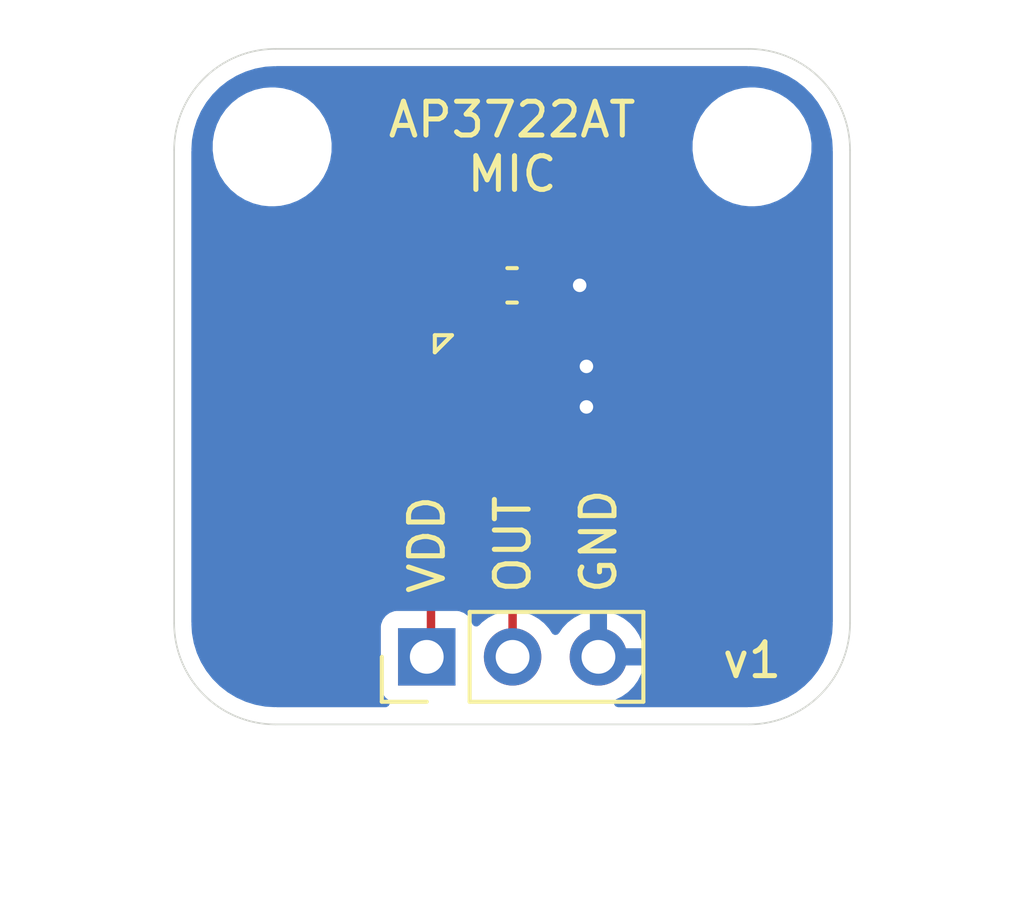
<source format=kicad_pcb>
(kicad_pcb (version 20211014) (generator pcbnew)
  (layers (0 "F.Cu" signal) (31 "B.Cu" signal) (34 "B.Paste" user) (35 "F.Paste" user) (36 "B.SilkS" user "B.Silkscreen") (37 "F.SilkS" user "F.Silkscreen") (38 "B.Mask" user) (39 "F.Mask" user) (44 "Edge.Cuts" user))
  (net 0 "")
  (net 1 "GND")
  (net 2 "VDD")
  (net 3 "OUT")
  (footprint "Connector_PinHeader_2.54mm:PinHeader_1x03_P2.54mm_Vertical" (layer "F.Cu") (at 165.475 119 90)
    (fp_text reference "J1")
    (fp_text value "Conn_01x03_Female")
    (fp_line (start -1.33 -1.33) (end 0 -1.33) (layer "F.SilkS") (width 0.12))
    (fp_line (start -1.33 1.27) (end -1.33 6.41) (layer "F.SilkS") (width 0.12))
    (fp_line (start -1.33 0) (end -1.33 -1.33) (layer "F.SilkS") (width 0.12))
    (fp_line (start 1.33 1.27) (end 1.33 6.41) (layer "F.SilkS") (width 0.12))
    (fp_line (start -1.33 1.27) (end 1.33 1.27) (layer "F.SilkS") (width 0.12))
    (fp_line (start -1.33 6.41) (end 1.33 6.41) (layer "F.SilkS") (width 0.12))
    (pad "1" thru_hole rect locked (at 0 0 90) (size 1.7 1.7) (drill 1) (layers *.Cu *.Mask) (net 2 "VDD"))
    (pad "2" thru_hole oval locked (at 0 2.54 90) (size 1.7 1.7) (drill 1) (layers *.Cu *.Mask) (net 3 "OUT"))
    (pad "3" thru_hole oval locked (at 0 5.08 90) (size 1.7 1.7) (drill 1) (layers *.Cu *.Mask) (net 1 "GND"))
  )
  (footprint "mic_breakout:AP3722AT" (layer "F.Cu") (at 168 111 90)
    (fp_text reference "M201")
    (fp_text value "APT3722AT")
    (fp_line (start 1.524 -1.778) (end 1.524 -2.286) (layer "F.SilkS") (width 0.12))
    (fp_line (start 1.524 -2.286) (end 1.016 -2.286) (layer "F.SilkS") (width 0.12))
    (fp_line (start 1.016 -2.286) (end 1.524 -1.778) (layer "F.SilkS") (width 0.12))
    (pad "1" smd circle locked (at 0.575 -1.33 90) (size 0.7 0.7) (layers "F.Cu" "F.Paste" "F.Mask") (net 2 "VDD"))
    (pad "2" smd circle locked (at -0.575 1.33 90) (size 0.7 0.7) (layers "F.Cu" "F.Paste" "F.Mask") (net 1 "GND"))
    (pad "2" smd circle locked (at 0.575 1.33 90) (size 0.7 0.7) (layers "F.Cu" "F.Paste" "F.Mask") (net 1 "GND"))
    (pad "3" smd circle locked (at -0.575 -1.33 90) (size 0.7 0.7) (layers "F.Cu" "F.Paste" "F.Mask") (net 3 "OUT"))
  )
  (footprint "MountingHole:MountingHole_2.5mm" (layer "F.Cu") (at 160.9 103.9)
    (fp_text reference "REF**")
    (fp_text value "MountingHole_2.5mm")
    (pad "" np_thru_hole circle locked (at 0 0) (size 2.5 2.5) (drill 2.5) (layers *.Cu *.Mask))
  )
  (footprint "MountingHole:MountingHole_2.5mm" (layer "F.Cu") (at 175.1 103.9)
    (fp_text reference "REF**")
    (fp_text value "MountingHole_2.5mm")
    (pad "" np_thru_hole circle locked (at 0 0) (size 2.5 2.5) (drill 2.5) (layers *.Cu *.Mask))
  )
  (footprint "Capacitor_SMD:C_0603_1608Metric" (layer "F.Cu") (at 168 108 180)
    (fp_text reference "C201")
    (fp_text value "0.1uF")
    (fp_line (start -0.14058 0.51) (end 0.14058 0.51) (layer "F.SilkS") (width 0.12))
    (fp_line (start -0.14058 -0.51) (end 0.14058 -0.51) (layer "F.SilkS") (width 0.12))
    (pad "1" smd roundrect locked (at -0.775 0 180) (size 0.9 0.95) (layers "F.Cu" "F.Paste" "F.Mask") (net 1 "GND"))
    (pad "2" smd roundrect locked (at 0.775 0 180) (size 0.9 0.95) (layers "F.Cu" "F.Paste" "F.Mask") (net 2 "VDD"))
  )
  (gr_line (start 178 104) (end 178 118) (layer "Edge.Cuts") (width 0.05))
  (gr_arc (start 158 104) (mid 158.87868 101.87868) (end 161 101) (layer "Edge.Cuts") (width 0.05))
  (gr_line (start 161 121) (end 175 121) (layer "Edge.Cuts") (width 0.05))
  (gr_arc (start 175 101) (mid 177.12132 101.87868) (end 178 104) (layer "Edge.Cuts") (width 0.05))
  (gr_line (start 158 118) (end 158 104) (layer "Edge.Cuts") (width 0.05))
  (gr_arc (start 178 118) (mid 177.12132 120.12132) (end 175 121) (layer "Edge.Cuts") (width 0.05))
  (gr_arc (start 161 121) (mid 158.87868 120.12132) (end 158 118) (layer "Edge.Cuts") (width 0.05))
  (gr_line (start 161 101) (end 175 101) (layer "Edge.Cuts") (width 0.05))
  (gr_text "AP3722AT\nMIC" (at 168 103.9) (layer "F.SilkS") (effects (font (size 1 1))))
  (gr_text "OUT" (at 168.020836 117.20075 90) (layer "F.SilkS") (effects (font (size 1 1)) (justify left)))
  (gr_text "VDD" (at 165.480836 117.20075 90) (layer "F.SilkS") (effects (font (size 1 1)) (justify left)))
  (gr_text "GND" (at 170.560836 117.20075 90) (layer "F.SilkS") (effects (font (size 1 1)) (justify left)))
  (gr_text "v1" (at 175.1 119.1) (layer "F.SilkS") (effects (font (size 1 1))))
  (segment (start 168.775 108.32) (end 168.775 108) (width 0.25) (layer "F.Cu") (net 1))
  (segment (start 169.33 111.575) (end 170.175 111.575) (width 0.25) (layer "F.Cu") (net 1))
  (segment (start 169.33 110.425) (end 170.175 110.425) (width 0.25) (layer "F.Cu") (net 1))
  (segment (start 170.175 110.425) (end 170.2 110.4) (width 0.25) (layer "F.Cu") (net 1))
  (segment (start 168.775 108) (end 170 108) (width 0.25) (layer "F.Cu") (net 1))
  (segment (start 170.175 111.575) (end 170.2 111.6) (width 0.25) (layer "F.Cu") (net 1))
  (via (at 170.2 110.4) (size 0.8) (drill 0.4) (layers "F.Cu" "B.Cu") (net 1))
  (via (at 170 108) (size 0.8) (drill 0.4) (layers "F.Cu" "B.Cu") (net 1))
  (via (at 170.2 111.6) (size 0.8) (drill 0.4) (layers "F.Cu" "B.Cu") (net 1))
  (segment (start 165.6 118.875) (end 165.475 119) (width 0.25) (layer "F.Cu") (net 2))
  (segment (start 165.6 111.495) (end 165.6 118.875) (width 0.25) (layer "F.Cu") (net 2))
  (segment (start 166.67 110.425) (end 165.6 111.495) (width 0.25) (layer "F.Cu") (net 2))
  (segment (start 166.67 110.33) (end 166.67 110.425) (width 0.25) (layer "F.Cu") (net 2))
  (segment (start 167.225 109.775) (end 166.67 110.33) (width 0.25) (layer "F.Cu") (net 2))
  (segment (start 167.225 108) (end 167.225 109.775) (width 0.25) (layer "F.Cu") (net 2))
  (segment (start 168 112.905) (end 168 113.2) (width 0.25) (layer "F.Cu") (net 3))
  (segment (start 168.015 113.215) (end 168.015 119) (width 0.25) (layer "F.Cu") (net 3))
  (segment (start 168 113.2) (end 168.015 113.215) (width 0.25) (layer "F.Cu") (net 3))
  (segment (start 166.67 111.575) (end 168 112.905) (width 0.25) (layer "F.Cu") (net 3))
  (zone (net 1) (net_name "GND") (layer "B.Cu") (connect_pads (clearance 0.508)) (min_thickness 0.254) (fill yes (thermal_gap 0.508) (thermal_bridge_width 0.508))
    (polygon (pts (xy 180 100.074135) (xy 180 122) (xy 156 122) (xy 156 100)))
  )
)
</source>
